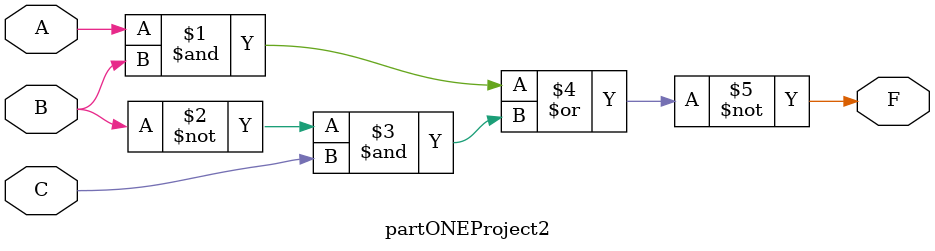
<source format=v>
`timescale 1ns / 1ps


module partONEProject2(A, B, C, F);
input A, B, C;
output F;
    
    //strucutal description
//    not(B_not, B);
//    and(z1, A, B), (z2, B_not, C);
//    nor(F, z1, z2);
    
  assign F = ~((A & B) | (~B & C));
endmodule

</source>
